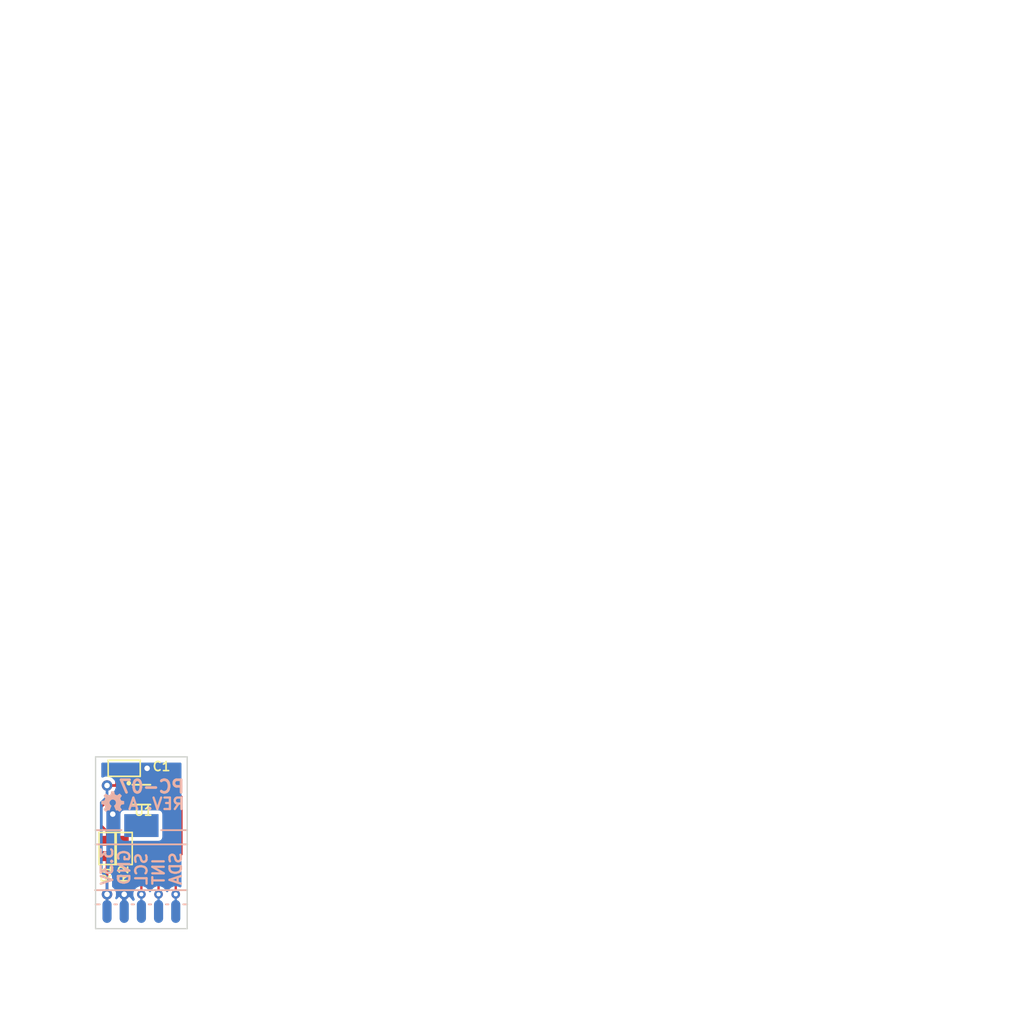
<source format=kicad_pcb>
(kicad_pcb (version 4) (host pcbnew "(2016-05-03 BZR 6266)-product")

  (general
    (links 11)
    (no_connects 0)
    (area 104.064999 116.129999 114.375001 135.330001)
    (thickness 1.6)
    (drawings 23)
    (tracks 52)
    (zones 0)
    (modules 9)
    (nets 8)
  )

  (page USLetter)
  (title_block
    (title "Ambient light sensor")
    (date 2016-07-22)
    (rev A)
    (comment 1 CLKV3-PC-07)
    (comment 2 -)
    (comment 3 "Alarm clock (V3)")
  )

  (layers
    (0 F.Cu signal)
    (31 B.Cu signal)
    (32 B.Adhes user)
    (33 F.Adhes user)
    (34 B.Paste user)
    (35 F.Paste user)
    (36 B.SilkS user)
    (37 F.SilkS user)
    (38 B.Mask user)
    (39 F.Mask user)
    (40 Dwgs.User user)
    (41 Cmts.User user)
    (42 Eco1.User user)
    (43 Eco2.User user)
    (44 Edge.Cuts user)
    (45 Margin user)
    (46 B.CrtYd user)
    (47 F.CrtYd user)
    (48 B.Fab user)
    (49 F.Fab user)
  )

  (setup
    (last_trace_width 0.254)
    (trace_clearance 0.254)
    (zone_clearance 0.4064)
    (zone_45_only no)
    (trace_min 0.2)
    (segment_width 0.2)
    (edge_width 0.15)
    (via_size 0.9652)
    (via_drill 0.4572)
    (via_min_size 0.4)
    (via_min_drill 0.3)
    (uvia_size 0.3)
    (uvia_drill 0.1)
    (uvias_allowed no)
    (uvia_min_size 0)
    (uvia_min_drill 0)
    (pcb_text_width 0.3)
    (pcb_text_size 1.5 1.5)
    (mod_edge_width 0.15)
    (mod_text_size 1 1)
    (mod_text_width 0.15)
    (pad_size 1.524 1.524)
    (pad_drill 0.762)
    (pad_to_mask_clearance 0.2)
    (aux_axis_origin 0 0)
    (visible_elements FFFFFF7F)
    (pcbplotparams
      (layerselection 0x00030_80000001)
      (usegerberextensions false)
      (excludeedgelayer true)
      (linewidth 0.100000)
      (plotframeref false)
      (viasonmask false)
      (mode 1)
      (useauxorigin false)
      (hpglpennumber 1)
      (hpglpenspeed 20)
      (hpglpendiameter 15)
      (hpglpenoverlay 2)
      (psnegative false)
      (psa4output false)
      (plotreference true)
      (plotvalue true)
      (plotinvisibletext false)
      (padsonsilk false)
      (subtractmaskfromsilk false)
      (outputformat 1)
      (mirror false)
      (drillshape 1)
      (scaleselection 1)
      (outputdirectory ""))
  )

  (net 0 "")
  (net 1 GND)
  (net 2 "Net-(J2-Pad1)")
  (net 3 +3V3)
  (net 4 /SDA_3V3)
  (net 5 /SCL_3V3)
  (net 6 /INT)
  (net 7 "Net-(R1-Pad1)")

  (net_class Default "This is the default net class."
    (clearance 0.254)
    (trace_width 0.254)
    (via_dia 0.9652)
    (via_drill 0.4572)
    (uvia_dia 0.3)
    (uvia_drill 0.1)
    (add_net /INT)
    (add_net /SCL_3V3)
    (add_net /SDA_3V3)
    (add_net "Net-(J2-Pad1)")
    (add_net "Net-(R1-Pad1)")
  )

  (net_class Power ""
    (clearance 0.254)
    (trace_width 0.3048)
    (via_dia 1.1684)
    (via_drill 0.6096)
    (uvia_dia 0.3)
    (uvia_drill 0.1)
    (add_net +3V3)
    (add_net GND)
  )

  (module Symbols:Gauge-X-100mm (layer B.Cu) (tedit 55092799) (tstamp 5788A98D)
    (at 97.79 135.255 90)
    (descr "Gauge, Massstab, 100mm, SilkScreenTop, Type 1,")
    (tags "Gauge, Massstab, 100mm, SilkScreenTop, Type 1,")
    (fp_text reference REF** (at 0 -3.81 90) (layer Eco1.User) hide
      (effects (font (size 0.5 0.5) (thickness 0.1)))
    )
    (fp_text value VAL** (at 0 -4.445 90) (layer Eco1.User) hide
      (effects (font (size 0.5 0.5) (thickness 0.1)))
    )
    (fp_text user 100mm (at 100.1014 -3.20294 90) (layer Eco1.User)
      (effects (font (size 1 1) (thickness 0.15)))
    )
    (fp_text user 90 (at 90.10142 -3.20294 90) (layer Eco1.User)
      (effects (font (size 1 1) (thickness 0.15)))
    )
    (fp_text user 80 (at 79.99984 -3.40106 90) (layer Eco1.User)
      (effects (font (size 1 1) (thickness 0.15)))
    )
    (fp_text user 70 (at 69.99986 -3.302 90) (layer Eco1.User)
      (effects (font (size 1 1) (thickness 0.15)))
    )
    (fp_text user 60 (at 59.99988 -3.10134 90) (layer Eco1.User)
      (effects (font (size 1 1) (thickness 0.15)))
    )
    (fp_text user 50 (at 49.9999 -3.10134 90) (layer Eco1.User)
      (effects (font (size 1 1) (thickness 0.15)))
    )
    (fp_text user 40 (at 39.99992 -3.10134 90) (layer Eco1.User)
      (effects (font (size 1 1) (thickness 0.15)))
    )
    (fp_text user 30 (at 29.99994 -2.99974 90) (layer Eco1.User)
      (effects (font (size 1 1) (thickness 0.15)))
    )
    (fp_text user 20 (at 20.09902 -2.90068 90) (layer Eco1.User)
      (effects (font (size 1 1) (thickness 0.15)))
    )
    (fp_line (start 95.00108 0) (end 95.00108 -1.00076) (layer Eco1.User) (width 0.15))
    (fp_line (start 89.99982 0) (end 89.99982 -1.99898) (layer Eco1.User) (width 0.15))
    (fp_line (start 85.0011 0) (end 85.0011 -1.00076) (layer Eco1.User) (width 0.15))
    (fp_line (start 79.99984 0) (end 79.99984 -1.99898) (layer Eco1.User) (width 0.15))
    (fp_line (start 75.00112 0) (end 75.00112 -1.00076) (layer Eco1.User) (width 0.15))
    (fp_line (start 69.99986 0) (end 69.99986 -1.99898) (layer Eco1.User) (width 0.15))
    (fp_line (start 65.00114 0) (end 65.00114 -1.00076) (layer Eco1.User) (width 0.15))
    (fp_line (start 59.99988 0) (end 59.99988 -1.99898) (layer Eco1.User) (width 0.15))
    (fp_line (start 55.00116 0) (end 55.00116 -1.00076) (layer Eco1.User) (width 0.15))
    (fp_line (start 49.9999 0) (end 49.9999 -1.99898) (layer Eco1.User) (width 0.15))
    (fp_line (start 45.00118 0) (end 45.00118 -1.00076) (layer Eco1.User) (width 0.15))
    (fp_line (start 39.99992 0) (end 39.99992 -1.99898) (layer Eco1.User) (width 0.15))
    (fp_line (start 35.0012 0) (end 35.0012 -1.00076) (layer Eco1.User) (width 0.15))
    (fp_line (start 29.99994 0) (end 29.99994 -1.99898) (layer Eco1.User) (width 0.15))
    (fp_line (start 25.00122 0) (end 25.00122 -1.00076) (layer Eco1.User) (width 0.15))
    (fp_line (start 19.99996 0) (end 19.99996 -1.99898) (layer Eco1.User) (width 0.15))
    (fp_line (start 15.00124 0) (end 15.00124 -1.00076) (layer Eco1.User) (width 0.15))
    (fp_line (start 9.99998 0) (end 99.9998 0) (layer Eco1.User) (width 0.15))
    (fp_line (start 99.9998 0) (end 99.9998 -1.99898) (layer Eco1.User) (width 0.15))
    (fp_text user 5 (at 4.99872 -2.90068 90) (layer Eco1.User)
      (effects (font (size 1 1) (thickness 0.15)))
    )
    (fp_text user 0 (at 0 -2.79908 90) (layer Eco1.User)
      (effects (font (size 1 1) (thickness 0.15)))
    )
    (fp_text user 10mm (at 9.99998 -2.70002 90) (layer Eco1.User)
      (effects (font (size 1 1) (thickness 0.15)))
    )
    (fp_line (start 8.99922 0) (end 8.99922 -1.00076) (layer Eco1.User) (width 0.15))
    (fp_line (start 8.001 0) (end 8.001 -1.00076) (layer Eco1.User) (width 0.15))
    (fp_line (start 7.00024 0) (end 7.00024 -1.00076) (layer Eco1.User) (width 0.15))
    (fp_line (start 5.99948 0) (end 5.99948 -1.00076) (layer Eco1.User) (width 0.15))
    (fp_line (start 4.0005 0) (end 4.0005 -1.00076) (layer Eco1.User) (width 0.15))
    (fp_line (start 2.99974 0) (end 2.99974 -1.00076) (layer Eco1.User) (width 0.15))
    (fp_line (start 1.99898 0) (end 1.99898 -1.00076) (layer Eco1.User) (width 0.15))
    (fp_line (start 1.00076 0) (end 1.00076 -1.00076) (layer Eco1.User) (width 0.15))
    (fp_line (start 5.00126 0) (end 5.00126 -1.99898) (layer Eco1.User) (width 0.15))
    (fp_line (start 0 0) (end 0 -1.99898) (layer Eco1.User) (width 0.15))
    (fp_line (start 0 0) (end 9.99998 0) (layer Eco1.User) (width 0.15))
    (fp_line (start 9.99998 0) (end 9.99998 -1.99898) (layer Eco1.User) (width 0.15))
  )

  (module Symbols:LOGO-OSHW-100 (layer B.Cu) (tedit 55088668) (tstamp 5788A789)
    (at 106.045 121.285 180)
    (descr "Open Source Hardware Logo - 100mil wide")
    (fp_text reference REF** (at 0 2.1336 180) (layer Dwgs.User) hide
      (effects (font (size 1 1) (thickness 0.18)))
    )
    (fp_text value VAL** (at 0 -1.9304 180) (layer Dwgs.User) hide
      (effects (font (size 1 1) (thickness 0.18)))
    )
    (fp_poly (pts (xy -0.76962 -1.01092) (xy -0.75438 -1.00584) (xy -0.72644 -0.98552) (xy -0.68326 -0.95758)
      (xy -0.63246 -0.92456) (xy -0.5842 -0.89154) (xy -0.54102 -0.8636) (xy -0.51308 -0.84582)
      (xy -0.50038 -0.8382) (xy -0.4953 -0.84074) (xy -0.4699 -0.8509) (xy -0.43434 -0.87122)
      (xy -0.41656 -0.88138) (xy -0.38354 -0.89408) (xy -0.3683 -0.89662) (xy -0.36576 -0.89154)
      (xy -0.35306 -0.86868) (xy -0.33528 -0.8255) (xy -0.30988 -0.77216) (xy -0.28448 -0.70612)
      (xy -0.254 -0.63754) (xy -0.22352 -0.56642) (xy -0.19558 -0.49784) (xy -0.17272 -0.43942)
      (xy -0.1524 -0.38862) (xy -0.1397 -0.3556) (xy -0.13462 -0.34036) (xy -0.13462 -0.33782)
      (xy -0.1524 -0.32004) (xy -0.18034 -0.29972) (xy -0.23876 -0.25146) (xy -0.29972 -0.1778)
      (xy -0.33528 -0.09398) (xy -0.34544 0) (xy -0.33528 0.08382) (xy -0.30226 0.16764)
      (xy -0.24384 0.24384) (xy -0.17272 0.29972) (xy -0.09144 0.33274) (xy 0 0.34544)
      (xy 0.08636 0.33528) (xy 0.17272 0.30226) (xy 0.24638 0.24384) (xy 0.2794 0.20828)
      (xy 0.32258 0.13208) (xy 0.34798 0.0508) (xy 0.35052 0.03048) (xy 0.34544 -0.05588)
      (xy 0.32004 -0.14224) (xy 0.27178 -0.21844) (xy 0.20828 -0.28194) (xy 0.20066 -0.28702)
      (xy 0.17018 -0.30988) (xy 0.14986 -0.32512) (xy 0.13208 -0.33782) (xy 0.24638 -0.61214)
      (xy 0.26416 -0.65532) (xy 0.29464 -0.72898) (xy 0.32258 -0.79502) (xy 0.34544 -0.84582)
      (xy 0.36068 -0.87884) (xy 0.36576 -0.89408) (xy 0.3683 -0.89408) (xy 0.37846 -0.89662)
      (xy 0.39878 -0.889) (xy 0.43688 -0.87122) (xy 0.46228 -0.85852) (xy 0.49022 -0.84328)
      (xy 0.50292 -0.8382) (xy 0.51562 -0.84328) (xy 0.54356 -0.86106) (xy 0.5842 -0.889)
      (xy 0.63246 -0.92202) (xy 0.67818 -0.95504) (xy 0.72136 -0.98298) (xy 0.75438 -1.0033)
      (xy 0.76708 -1.01092) (xy 0.76962 -1.01092) (xy 0.78486 -1.0033) (xy 0.80772 -0.98298)
      (xy 0.84582 -0.94742) (xy 0.89916 -0.89662) (xy 0.90678 -0.88646) (xy 0.94996 -0.84328)
      (xy 0.98552 -0.80518) (xy 1.00838 -0.77978) (xy 1.016 -0.76708) (xy 1.016 -0.76708)
      (xy 1.00838 -0.75438) (xy 0.9906 -0.72136) (xy 0.96012 -0.67818) (xy 0.9271 -0.62738)
      (xy 0.83566 -0.4953) (xy 0.88646 -0.37338) (xy 0.9017 -0.33528) (xy 0.91948 -0.28702)
      (xy 0.93472 -0.254) (xy 0.94234 -0.2413) (xy 0.95504 -0.23622) (xy 0.9906 -0.2286)
      (xy 1.03886 -0.21844) (xy 1.09728 -0.20574) (xy 1.15316 -0.19558) (xy 1.20396 -0.18796)
      (xy 1.24206 -0.18034) (xy 1.2573 -0.17526) (xy 1.26238 -0.17526) (xy 1.26492 -0.1651)
      (xy 1.26746 -0.14986) (xy 1.26746 -0.11938) (xy 1.26746 -0.07112) (xy 1.26746 0)
      (xy 1.26746 0.00508) (xy 1.26746 0.07112) (xy 1.26746 0.12446) (xy 1.26492 0.16002)
      (xy 1.26238 0.17526) (xy 1.26238 0.17526) (xy 1.24714 0.1778) (xy 1.21158 0.18542)
      (xy 1.16078 0.19558) (xy 1.09982 0.20828) (xy 1.09728 0.20828) (xy 1.03632 0.21844)
      (xy 0.98552 0.23114) (xy 0.94996 0.23876) (xy 0.93472 0.24384) (xy 0.93218 0.24638)
      (xy 0.91948 0.26924) (xy 0.90424 0.30734) (xy 0.88392 0.35306) (xy 0.8636 0.40132)
      (xy 0.84582 0.44196) (xy 0.83566 0.47498) (xy 0.83312 0.48768) (xy 0.83312 0.49022)
      (xy 0.84074 0.50292) (xy 0.86106 0.5334) (xy 0.89154 0.57912) (xy 0.9271 0.62992)
      (xy 0.92964 0.63246) (xy 0.96266 0.68326) (xy 0.9906 0.72644) (xy 1.01092 0.75692)
      (xy 1.016 0.77216) (xy 1.016 0.77216) (xy 1.00584 0.7874) (xy 0.98044 0.81534)
      (xy 0.94234 0.85344) (xy 0.89916 0.89916) (xy 0.88392 0.9144) (xy 0.83566 0.96266)
      (xy 0.8001 0.99314) (xy 0.77978 1.01092) (xy 0.76962 1.01346) (xy 0.76962 1.01346)
      (xy 0.75438 1.0033) (xy 0.72136 0.98298) (xy 0.67818 0.9525) (xy 0.62738 0.91948)
      (xy 0.6223 0.91694) (xy 0.5715 0.88138) (xy 0.52832 0.85344) (xy 0.50038 0.83312)
      (xy 0.48514 0.8255) (xy 0.48514 0.8255) (xy 0.46228 0.83058) (xy 0.42672 0.84328)
      (xy 0.38354 0.86106) (xy 0.33528 0.87884) (xy 0.2921 0.89916) (xy 0.26162 0.91186)
      (xy 0.24638 0.92202) (xy 0.24638 0.92202) (xy 0.2413 0.9398) (xy 0.23114 0.9779)
      (xy 0.22098 1.03124) (xy 0.20828 1.0922) (xy 0.20828 1.10236) (xy 0.19558 1.16332)
      (xy 0.18542 1.21412) (xy 0.1778 1.24714) (xy 0.17526 1.26238) (xy 0.16764 1.26492)
      (xy 0.13716 1.26492) (xy 0.09144 1.26746) (xy 0.0381 1.26746) (xy -0.01778 1.26746)
      (xy -0.07366 1.26746) (xy -0.12192 1.26492) (xy -0.15748 1.26238) (xy -0.17018 1.25984)
      (xy -0.17018 1.25984) (xy -0.1778 1.23952) (xy -0.18542 1.20142) (xy -0.19558 1.14808)
      (xy -0.20828 1.08712) (xy -0.21082 1.07696) (xy -0.22098 1.016) (xy -0.23114 0.9652)
      (xy -0.23876 0.93218) (xy -0.2413 0.91948) (xy -0.24892 0.9144) (xy -0.27178 0.90424)
      (xy -0.31242 0.889) (xy -0.36322 0.86868) (xy -0.48006 0.82042) (xy -0.6223 0.91948)
      (xy -0.635 0.9271) (xy -0.6858 0.96266) (xy -0.72898 0.9906) (xy -0.75692 1.00838)
      (xy -0.76962 1.016) (xy -0.77216 1.016) (xy -0.78486 1.0033) (xy -0.8128 0.97536)
      (xy -0.8509 0.9398) (xy -0.89662 0.89408) (xy -0.92964 0.86106) (xy -0.97028 0.82042)
      (xy -0.99314 0.79502) (xy -1.00838 0.77724) (xy -1.01346 0.76708) (xy -1.01092 0.75946)
      (xy -1.0033 0.74422) (xy -0.98044 0.71374) (xy -0.9525 0.67056) (xy -0.91694 0.61976)
      (xy -0.889 0.57912) (xy -0.85852 0.53086) (xy -0.8382 0.4953) (xy -0.83058 0.48006)
      (xy -0.83312 0.47244) (xy -0.84328 0.4445) (xy -0.85852 0.40132) (xy -0.88138 0.35306)
      (xy -0.92964 0.23876) (xy -1.0033 0.22606) (xy -1.04902 0.2159) (xy -1.11252 0.2032)
      (xy -1.17094 0.19304) (xy -1.26492 0.17526) (xy -1.27 -0.16764) (xy -1.25476 -0.17272)
      (xy -1.23952 -0.1778) (xy -1.2065 -0.18542) (xy -1.1557 -0.19558) (xy -1.09728 -0.20574)
      (xy -1.04902 -0.2159) (xy -0.99822 -0.22606) (xy -0.96266 -0.23114) (xy -0.94488 -0.23622)
      (xy -0.94234 -0.2413) (xy -0.92964 -0.26416) (xy -0.91186 -0.3048) (xy -0.89154 -0.35052)
      (xy -0.87122 -0.39878) (xy -0.85344 -0.44196) (xy -0.84074 -0.47752) (xy -0.83566 -0.4953)
      (xy -0.84328 -0.508) (xy -0.8636 -0.53594) (xy -0.89154 -0.57912) (xy -0.92456 -0.62992)
      (xy -0.95758 -0.67818) (xy -0.98806 -0.72136) (xy -1.00838 -0.75184) (xy -1.016 -0.76708)
      (xy -1.01092 -0.7747) (xy -0.9906 -0.8001) (xy -0.95504 -0.8382) (xy -0.89916 -0.89408)
      (xy -0.889 -0.9017) (xy -0.84328 -0.94488) (xy -0.80772 -0.98044) (xy -0.77978 -1.0033)
      (xy -0.76962 -1.01092)) (layer B.SilkS) (width 0.00254))
  )

  (module Symbols:Gauge-X-100mm (layer F.Cu) (tedit 55092799) (tstamp 5788A977)
    (at 104.14 141.605)
    (descr "Gauge, Massstab, 100mm, SilkScreenTop, Type 1,")
    (tags "Gauge, Massstab, 100mm, SilkScreenTop, Type 1,")
    (fp_text reference REF** (at 0 3.81) (layer Eco1.User) hide
      (effects (font (size 0.5 0.5) (thickness 0.1)))
    )
    (fp_text value VAL** (at 0 4.445) (layer Eco1.User) hide
      (effects (font (size 0.5 0.5) (thickness 0.1)))
    )
    (fp_text user 100mm (at 100.1014 3.20294) (layer Eco1.User)
      (effects (font (size 1 1) (thickness 0.15)))
    )
    (fp_text user 90 (at 90.10142 3.20294) (layer Eco1.User)
      (effects (font (size 1 1) (thickness 0.15)))
    )
    (fp_text user 80 (at 79.99984 3.40106) (layer Eco1.User)
      (effects (font (size 1 1) (thickness 0.15)))
    )
    (fp_text user 70 (at 69.99986 3.302) (layer Eco1.User)
      (effects (font (size 1 1) (thickness 0.15)))
    )
    (fp_text user 60 (at 59.99988 3.10134) (layer Eco1.User)
      (effects (font (size 1 1) (thickness 0.15)))
    )
    (fp_text user 50 (at 49.9999 3.10134) (layer Eco1.User)
      (effects (font (size 1 1) (thickness 0.15)))
    )
    (fp_text user 40 (at 39.99992 3.10134) (layer Eco1.User)
      (effects (font (size 1 1) (thickness 0.15)))
    )
    (fp_text user 30 (at 29.99994 2.99974) (layer Eco1.User)
      (effects (font (size 1 1) (thickness 0.15)))
    )
    (fp_text user 20 (at 20.09902 2.90068) (layer Eco1.User)
      (effects (font (size 1 1) (thickness 0.15)))
    )
    (fp_line (start 95.00108 0) (end 95.00108 1.00076) (layer Eco1.User) (width 0.15))
    (fp_line (start 89.99982 0) (end 89.99982 1.99898) (layer Eco1.User) (width 0.15))
    (fp_line (start 85.0011 0) (end 85.0011 1.00076) (layer Eco1.User) (width 0.15))
    (fp_line (start 79.99984 0) (end 79.99984 1.99898) (layer Eco1.User) (width 0.15))
    (fp_line (start 75.00112 0) (end 75.00112 1.00076) (layer Eco1.User) (width 0.15))
    (fp_line (start 69.99986 0) (end 69.99986 1.99898) (layer Eco1.User) (width 0.15))
    (fp_line (start 65.00114 0) (end 65.00114 1.00076) (layer Eco1.User) (width 0.15))
    (fp_line (start 59.99988 0) (end 59.99988 1.99898) (layer Eco1.User) (width 0.15))
    (fp_line (start 55.00116 0) (end 55.00116 1.00076) (layer Eco1.User) (width 0.15))
    (fp_line (start 49.9999 0) (end 49.9999 1.99898) (layer Eco1.User) (width 0.15))
    (fp_line (start 45.00118 0) (end 45.00118 1.00076) (layer Eco1.User) (width 0.15))
    (fp_line (start 39.99992 0) (end 39.99992 1.99898) (layer Eco1.User) (width 0.15))
    (fp_line (start 35.0012 0) (end 35.0012 1.00076) (layer Eco1.User) (width 0.15))
    (fp_line (start 29.99994 0) (end 29.99994 1.99898) (layer Eco1.User) (width 0.15))
    (fp_line (start 25.00122 0) (end 25.00122 1.00076) (layer Eco1.User) (width 0.15))
    (fp_line (start 19.99996 0) (end 19.99996 1.99898) (layer Eco1.User) (width 0.15))
    (fp_line (start 15.00124 0) (end 15.00124 1.00076) (layer Eco1.User) (width 0.15))
    (fp_line (start 9.99998 0) (end 99.9998 0) (layer Eco1.User) (width 0.15))
    (fp_line (start 99.9998 0) (end 99.9998 1.99898) (layer Eco1.User) (width 0.15))
    (fp_text user 5 (at 4.99872 2.90068) (layer Eco1.User)
      (effects (font (size 1 1) (thickness 0.15)))
    )
    (fp_text user 0 (at 0 2.79908) (layer Eco1.User)
      (effects (font (size 1 1) (thickness 0.15)))
    )
    (fp_text user 10mm (at 9.99998 2.70002) (layer Eco1.User)
      (effects (font (size 1 1) (thickness 0.15)))
    )
    (fp_line (start 8.99922 0) (end 8.99922 1.00076) (layer Eco1.User) (width 0.15))
    (fp_line (start 8.001 0) (end 8.001 1.00076) (layer Eco1.User) (width 0.15))
    (fp_line (start 7.00024 0) (end 7.00024 1.00076) (layer Eco1.User) (width 0.15))
    (fp_line (start 5.99948 0) (end 5.99948 1.00076) (layer Eco1.User) (width 0.15))
    (fp_line (start 4.0005 0) (end 4.0005 1.00076) (layer Eco1.User) (width 0.15))
    (fp_line (start 2.99974 0) (end 2.99974 1.00076) (layer Eco1.User) (width 0.15))
    (fp_line (start 1.99898 0) (end 1.99898 1.00076) (layer Eco1.User) (width 0.15))
    (fp_line (start 1.00076 0) (end 1.00076 1.00076) (layer Eco1.User) (width 0.15))
    (fp_line (start 5.00126 0) (end 5.00126 1.99898) (layer Eco1.User) (width 0.15))
    (fp_line (start 0 0) (end 0 1.99898) (layer Eco1.User) (width 0.15))
    (fp_line (start 0 0) (end 9.99998 0) (layer Eco1.User) (width 0.15))
    (fp_line (start 9.99998 0) (end 9.99998 1.99898) (layer Eco1.User) (width 0.15))
  )

  (module Conn-Wire-Pads:SolderPad-100x150 (layer B.Cu) (tedit 578618C8) (tstamp 57872E0B)
    (at 109.22 123.825)
    (descr "Wire pads - 100mil x 150 mil - Single row, 1 pos.")
    (path /5787301F)
    (attr virtual)
    (fp_text reference J2 (at 0 3.175) (layer B.SilkS) hide
      (effects (font (size 1 1) (thickness 0.18)) (justify mirror))
    )
    (fp_text value HEADER-1x01 (at 0 -3.175) (layer B.Fab) hide
      (effects (font (size 1 1) (thickness 0.18)) (justify mirror))
    )
    (pad 1 smd rect (at 0 0) (size 3.81 2.54) (layers B.Cu B.Paste B.Mask)
      (net 2 "Net-(J2-Pad1)"))
  )

  (module SMT-DFN:DFN6 (layer F.Cu) (tedit 563174C6) (tstamp 57900D87)
    (at 109.22 120.396)
    (descr "DFN - 6")
    (path /5788ABB7)
    (fp_text reference U1 (at -0.889 2.413) (layer F.SilkS)
      (effects (font (size 1 1) (thickness 0.18)) (justify left bottom))
    )
    (fp_text value TSL2561 (at 0 2.4) (layer F.SilkS) hide
      (effects (font (size 1 1) (thickness 0.18)))
    )
    (fp_line (start -1 -1.1) (end 1 -1.1) (layer F.SilkS) (width 0.2032))
    (fp_line (start 1 1.1) (end -1 1.1) (layer F.SilkS) (width 0.2032))
    (fp_line (start -1 -1) (end -1 1) (layer Dwgs.User) (width 0.2032))
    (fp_line (start -1 -1) (end 1 -1) (layer Dwgs.User) (width 0.2032))
    (fp_line (start 1 -1) (end 1 1) (layer Dwgs.User) (width 0.2032))
    (fp_line (start -1 1) (end 1 1) (layer Dwgs.User) (width 0.2032))
    (fp_circle (center -1.397 -1.27) (end -1.27 -1.27) (layer F.SilkS) (width 0.254))
    (pad 2 smd rect (at -1.1 0) (size 1.7 0.35) (layers F.Cu F.Paste F.Mask)
      (net 7 "Net-(R1-Pad1)"))
    (pad 5 smd rect (at 1.1 0) (size 1.7 0.35) (layers F.Cu F.Paste F.Mask)
      (net 6 /INT))
    (pad 6 smd rect (at 1.1 -0.65) (size 1.7 0.35) (layers F.Cu F.Paste F.Mask)
      (net 4 /SDA_3V3))
    (pad 1 smd rect (at -1.1 -0.65) (size 1.7 0.35) (layers F.Cu F.Paste F.Mask)
      (net 3 +3V3))
    (pad 3 smd rect (at -1.1 0.65) (size 1.7 0.35) (layers F.Cu F.Paste F.Mask)
      (net 1 GND))
    (pad 4 smd rect (at 1.1 0.65) (size 1.7 0.35) (layers F.Cu F.Paste F.Mask)
      (net 5 /SCL_3V3))
  )

  (module SMT:C-0603 (layer F.Cu) (tedit 54F14543) (tstamp 57900DA8)
    (at 107.315 117.475)
    (descr "0603 (1608 metric)")
    (tags "smt 0603")
    (path /57875037)
    (fp_text reference C1 (at 3.048 0.381) (layer F.SilkS)
      (effects (font (size 1 1) (thickness 0.18)) (justify left bottom))
    )
    (fp_text value 100nF (at 0 2.032) (layer F.SilkS) hide
      (effects (font (size 1 1) (thickness 0.18)))
    )
    (fp_line (start -0.762 -0.381) (end 0.762 -0.381) (layer Dwgs.User) (width 0.05))
    (fp_line (start 0.762 -0.381) (end 0.762 0.381) (layer Dwgs.User) (width 0.05))
    (fp_line (start 0.762 0.381) (end -0.762 0.381) (layer Dwgs.User) (width 0.05))
    (fp_line (start -0.762 0.381) (end -0.762 -0.381) (layer Dwgs.User) (width 0.05))
    (fp_line (start -1.778 -0.889) (end 1.778 -0.889) (layer F.CrtYd) (width 0.05))
    (fp_line (start 1.778 -0.889) (end 1.778 0.889) (layer F.CrtYd) (width 0.05))
    (fp_line (start 1.778 0.889) (end -1.778 0.889) (layer F.CrtYd) (width 0.05))
    (fp_line (start -1.778 0.889) (end -1.778 -0.889) (layer F.CrtYd) (width 0.05))
    (fp_line (start -1.778 -0.889) (end 1.778 -0.889) (layer F.SilkS) (width 0.18))
    (fp_line (start 1.778 -0.889) (end 1.778 0.889) (layer F.SilkS) (width 0.18))
    (fp_line (start 1.778 0.889) (end -1.778 0.889) (layer F.SilkS) (width 0.18))
    (fp_line (start -1.778 0.889) (end -1.778 -0.889) (layer F.SilkS) (width 0.18))
    (pad 1 smd rect (at -0.85 0) (size 1.1 1) (layers F.Cu F.Paste F.Mask)
      (net 3 +3V3))
    (pad 2 smd rect (at 0.85 0) (size 1.1 1) (layers F.Cu F.Paste F.Mask)
      (net 1 GND))
    (model smt.pretty/C-0603.wrl
      (at (xyz 0 0 0))
      (scale (xyz 1 1 0.8))
      (rotate (xyz 0 0 0))
    )
  )

  (module Conn-Wire-Pads:WP-40mil-1x05 (layer B.Cu) (tedit 57906D9F) (tstamp 579054A7)
    (at 109.22 133.35)
    (descr "Wire pads - 50mil x 125mil - Single row, 5 pos.")
    (path /57902816)
    (attr virtual)
    (fp_text reference J1 (at -4.445 1.905) (layer B.SilkS) hide
      (effects (font (size 1 1) (thickness 0.18)) (justify left bottom mirror))
    )
    (fp_text value HEADER-1x05 (at 0 -2.54) (layer B.Fab) hide
      (effects (font (size 1 1) (thickness 0.18)) (justify mirror))
    )
    (pad 1 smd oval (at -3.81 0) (size 1.016 2.54) (layers B.Cu B.Paste B.Mask)
      (net 3 +3V3))
    (pad 2 smd oval (at -1.905 0) (size 1.016 2.54) (layers B.Cu B.Paste B.Mask)
      (net 1 GND))
    (pad 3 smd oval (at 0 0) (size 1.016 2.54) (layers B.Cu B.Paste B.Mask)
      (net 5 /SCL_3V3))
    (pad 5 smd oval (at 3.81 0) (size 1.016 2.54) (layers B.Cu B.Paste B.Mask)
      (net 4 /SDA_3V3))
    (pad 4 smd oval (at 1.905 0) (size 1.016 2.54) (layers B.Cu B.Paste B.Mask)
      (net 6 /INT))
  )

  (module SMT:R-0603 (layer F.Cu) (tedit 54F147CB) (tstamp 57907D4E)
    (at 105.41 126.365 270)
    (descr "0603 (1608 metric)")
    (tags "smt 0603")
    (path /57906A22)
    (fp_text reference R1 (at 3.937 -0.508 270) (layer F.SilkS)
      (effects (font (size 1 1) (thickness 0.18)) (justify left bottom))
    )
    (fp_text value DNP (at 0 2.032 270) (layer F.SilkS) hide
      (effects (font (size 1 1) (thickness 0.18)))
    )
    (fp_line (start -0.762 -0.381) (end 0.762 -0.381) (layer Dwgs.User) (width 0.05))
    (fp_line (start 0.762 -0.381) (end 0.762 0.381) (layer Dwgs.User) (width 0.05))
    (fp_line (start 0.762 0.381) (end -0.762 0.381) (layer Dwgs.User) (width 0.05))
    (fp_line (start -0.762 0.381) (end -0.762 -0.381) (layer Dwgs.User) (width 0.05))
    (fp_line (start -1.778 -0.889) (end 1.778 -0.889) (layer F.CrtYd) (width 0.05))
    (fp_line (start 1.778 -0.889) (end 1.778 0.889) (layer F.CrtYd) (width 0.05))
    (fp_line (start 1.778 0.889) (end -1.778 0.889) (layer F.CrtYd) (width 0.05))
    (fp_line (start -1.778 0.889) (end -1.778 -0.889) (layer F.CrtYd) (width 0.05))
    (fp_line (start -1.778 -0.889) (end 1.778 -0.889) (layer F.SilkS) (width 0.18))
    (fp_line (start 1.778 -0.889) (end 1.778 0.889) (layer F.SilkS) (width 0.18))
    (fp_line (start 1.778 0.889) (end -1.778 0.889) (layer F.SilkS) (width 0.18))
    (fp_line (start -1.778 0.889) (end -1.778 -0.889) (layer F.SilkS) (width 0.18))
    (pad 1 smd rect (at -0.85 0 270) (size 1.1 1) (layers F.Cu F.Paste F.Mask)
      (net 7 "Net-(R1-Pad1)"))
    (pad 2 smd rect (at 0.85 0 270) (size 1.1 1) (layers F.Cu F.Paste F.Mask)
      (net 3 +3V3))
    (model smt.pretty/R-0603.wrl
      (at (xyz 0 0 0))
      (scale (xyz 1 1 1))
      (rotate (xyz 0 0 0))
    )
  )

  (module SMT:R-0603 (layer F.Cu) (tedit 54F147CB) (tstamp 57907D54)
    (at 107.315 126.365 90)
    (descr "0603 (1608 metric)")
    (tags "smt 0603")
    (path /57906B61)
    (fp_text reference R2 (at -3.937 0.508 270) (layer F.SilkS)
      (effects (font (size 1 1) (thickness 0.18)) (justify left bottom))
    )
    (fp_text value DNP (at 0 2.032 90) (layer F.SilkS) hide
      (effects (font (size 1 1) (thickness 0.18)))
    )
    (fp_line (start -0.762 -0.381) (end 0.762 -0.381) (layer Dwgs.User) (width 0.05))
    (fp_line (start 0.762 -0.381) (end 0.762 0.381) (layer Dwgs.User) (width 0.05))
    (fp_line (start 0.762 0.381) (end -0.762 0.381) (layer Dwgs.User) (width 0.05))
    (fp_line (start -0.762 0.381) (end -0.762 -0.381) (layer Dwgs.User) (width 0.05))
    (fp_line (start -1.778 -0.889) (end 1.778 -0.889) (layer F.CrtYd) (width 0.05))
    (fp_line (start 1.778 -0.889) (end 1.778 0.889) (layer F.CrtYd) (width 0.05))
    (fp_line (start 1.778 0.889) (end -1.778 0.889) (layer F.CrtYd) (width 0.05))
    (fp_line (start -1.778 0.889) (end -1.778 -0.889) (layer F.CrtYd) (width 0.05))
    (fp_line (start -1.778 -0.889) (end 1.778 -0.889) (layer F.SilkS) (width 0.18))
    (fp_line (start 1.778 -0.889) (end 1.778 0.889) (layer F.SilkS) (width 0.18))
    (fp_line (start 1.778 0.889) (end -1.778 0.889) (layer F.SilkS) (width 0.18))
    (fp_line (start -1.778 0.889) (end -1.778 -0.889) (layer F.SilkS) (width 0.18))
    (pad 1 smd rect (at -0.85 0 90) (size 1.1 1) (layers F.Cu F.Paste F.Mask)
      (net 1 GND))
    (pad 2 smd rect (at 0.85 0 90) (size 1.1 1) (layers F.Cu F.Paste F.Mask)
      (net 7 "Net-(R1-Pad1)"))
    (model smt.pretty/R-0603.wrl
      (at (xyz 0 0 0))
      (scale (xyz 1 1 1))
      (rotate (xyz 0 0 0))
    )
  )

  (gr_text INT (at 111.125 130.556 90) (layer B.SilkS) (tstamp 5790550B)
    (effects (font (size 1.27 1.27) (thickness 0.254)) (justify right mirror))
  )
  (gr_line (start 111.9378 132.5626) (end 112.2172 132.5626) (layer B.SilkS) (width 0.2) (tstamp 579054C7))
  (gr_line (start 104.14 135.255) (end 104.14 141.605) (layer Eco1.User) (width 0.2))
  (gr_line (start 97.79 135.255) (end 104.14 135.255) (layer Eco1.User) (width 0.2))
  (gr_text GND (at 107.315 130.556 90) (layer B.SilkS) (tstamp 5788A8DB)
    (effects (font (size 1.27 1.27) (thickness 0.254)) (justify right mirror))
  )
  (gr_text SCL (at 109.22 130.556 90) (layer B.SilkS) (tstamp 5788A8D3)
    (effects (font (size 1.27 1.27) (thickness 0.254)) (justify right mirror))
  )
  (gr_text 3.3V (at 105.41 130.556 90) (layer B.SilkS) (tstamp 5788A8C5)
    (effects (font (size 1.27 1.27) (thickness 0.254)) (justify right mirror))
  )
  (gr_text SDA (at 113.03 130.556 90) (layer B.SilkS) (tstamp 5788A8A0)
    (effects (font (size 1.27 1.27) (thickness 0.254)) (justify right mirror))
  )
  (gr_text "REV. A" (at 110.871 121.412) (layer B.SilkS) (tstamp 5788A7BD)
    (effects (font (size 1.27 1.27) (thickness 0.254)) (justify mirror))
  )
  (gr_text PC-07 (at 110.363 119.507) (layer B.SilkS)
    (effects (font (size 1.397 1.397) (thickness 0.3048)) (justify mirror))
  )
  (gr_line (start 111.4298 124.333) (end 114.3 124.333) (layer B.SilkS) (width 0.2) (tstamp 5788A784))
  (gr_line (start 113.8682 132.5626) (end 114.3 132.5626) (layer B.SilkS) (width 0.2) (tstamp 5788A77C))
  (gr_line (start 110.0328 132.5626) (end 110.3122 132.5626) (layer B.SilkS) (width 0.2) (tstamp 5788A77B))
  (gr_line (start 108.1278 132.5626) (end 108.4072 132.5626) (layer B.SilkS) (width 0.2) (tstamp 5788A77A))
  (gr_line (start 106.2228 132.5626) (end 106.5022 132.5626) (layer B.SilkS) (width 0.2) (tstamp 5788A777))
  (gr_line (start 104.14 124.333) (end 107.0102 124.333) (layer B.SilkS) (width 0.2) (tstamp 57889EE9))
  (gr_line (start 104.14 125.9078) (end 114.3 125.9078) (layer B.SilkS) (width 0.2) (tstamp 57889EB4))
  (gr_line (start 104.0892 130.9878) (end 114.3 130.9878) (layer B.SilkS) (width 0.2) (tstamp 5787D318))
  (gr_line (start 104.14 132.5626) (end 104.5972 132.5626) (layer B.SilkS) (width 0.2))
  (gr_line (start 104.14 116.205) (end 104.14 135.255) (layer Edge.Cuts) (width 0.15))
  (gr_line (start 114.3 116.205) (end 104.14 116.205) (layer Edge.Cuts) (width 0.15))
  (gr_line (start 114.3 135.255) (end 114.3 116.205) (layer Edge.Cuts) (width 0.15))
  (gr_line (start 104.14 135.255) (end 114.3 135.255) (layer Edge.Cuts) (width 0.15))

  (segment (start 106.919 121.046) (end 108.12 121.046) (width 0.3048) (layer F.Cu) (net 1))
  (segment (start 106.919 121.046) (end 106.045 121.92) (width 0.3048) (layer F.Cu) (net 1))
  (segment (start 106.045 121.92) (end 106.045 122.555) (width 0.3048) (layer F.Cu) (net 1))
  (via (at 106.045 122.555) (size 1.1684) (drill 0.6096) (layers F.Cu B.Cu) (net 1))
  (segment (start 107.315 131.445) (end 107.315 133.35) (width 0.3048) (layer B.Cu) (net 1))
  (segment (start 108.165 117.475) (end 109.855 117.475) (width 0.3048) (layer F.Cu) (net 1))
  (via (at 109.855 117.475) (size 1.1684) (drill 0.6096) (layers F.Cu B.Cu) (net 1))
  (segment (start 107.315 127.215) (end 107.315 131.445) (width 0.3048) (layer F.Cu) (net 1))
  (via (at 107.315 131.445) (size 1.1684) (drill 0.6096) (layers F.Cu B.Cu) (net 1))
  (segment (start 106.831 119.746) (end 107.046 119.746) (width 0.3048) (layer F.Cu) (net 3))
  (segment (start 107.046 119.746) (end 108.12 119.746) (width 0.3048) (layer F.Cu) (net 3))
  (segment (start 106.465 118.11) (end 106.465 117.475) (width 0.3048) (layer F.Cu) (net 3))
  (segment (start 105.41 131.445) (end 105.41 129.54) (width 0.3048) (layer B.Cu) (net 3))
  (segment (start 105.41 129.54) (end 104.775 128.905) (width 0.3048) (layer B.Cu) (net 3))
  (segment (start 104.775 128.905) (end 104.775 121.285) (width 0.3048) (layer B.Cu) (net 3))
  (segment (start 104.775 121.285) (end 105.41 120.65) (width 0.3048) (layer B.Cu) (net 3))
  (segment (start 105.41 120.65) (end 105.41 119.38) (width 0.3048) (layer B.Cu) (net 3))
  (segment (start 105.41 131.445) (end 105.41 133.35) (width 0.3048) (layer B.Cu) (net 3))
  (segment (start 106.465 119.38) (end 106.831 119.746) (width 0.3048) (layer F.Cu) (net 3))
  (segment (start 105.41 119.38) (end 106.465 119.38) (width 0.3048) (layer F.Cu) (net 3))
  (segment (start 106.465 118.11) (end 106.465 119.38) (width 0.3048) (layer F.Cu) (net 3))
  (via (at 105.41 119.38) (size 1.1684) (drill 0.6096) (layers F.Cu B.Cu) (net 3))
  (segment (start 105.41 127.215) (end 105.41 131.445) (width 0.3048) (layer F.Cu) (net 3))
  (via (at 105.41 131.445) (size 1.1684) (drill 0.6096) (layers F.Cu B.Cu) (net 3))
  (segment (start 110.32 119.746) (end 112.761 119.746) (width 0.254) (layer F.Cu) (net 4))
  (segment (start 112.761 119.746) (end 113.665 120.65) (width 0.254) (layer F.Cu) (net 4))
  (segment (start 113.03 127.635) (end 113.03 131.445) (width 0.254) (layer F.Cu) (net 4))
  (segment (start 113.665 120.65) (end 113.665 127) (width 0.254) (layer F.Cu) (net 4))
  (segment (start 113.665 127) (end 113.03 127.635) (width 0.254) (layer F.Cu) (net 4))
  (segment (start 113.03 131.445) (end 113.03 133.35) (width 0.254) (layer B.Cu) (net 4))
  (via (at 113.03 131.445) (size 0.9652) (drill 0.4572) (layers F.Cu B.Cu) (net 4))
  (segment (start 110.32 121.046) (end 112.059 121.046) (width 0.254) (layer F.Cu) (net 5))
  (segment (start 112.059 121.046) (end 112.395 121.382) (width 0.254) (layer F.Cu) (net 5))
  (segment (start 112.395 125.73) (end 109.22 128.905) (width 0.254) (layer F.Cu) (net 5))
  (segment (start 112.395 121.382) (end 112.395 125.73) (width 0.254) (layer F.Cu) (net 5))
  (segment (start 109.22 128.905) (end 109.22 131.445) (width 0.254) (layer F.Cu) (net 5))
  (segment (start 109.22 131.445) (end 109.22 133.35) (width 0.254) (layer B.Cu) (net 5))
  (via (at 109.22 131.445) (size 0.9652) (drill 0.4572) (layers F.Cu B.Cu) (net 5))
  (segment (start 110.32 120.396) (end 112.395 120.396) (width 0.254) (layer F.Cu) (net 6))
  (segment (start 112.395 120.396) (end 113.03 121.031) (width 0.254) (layer F.Cu) (net 6))
  (segment (start 113.03 121.031) (end 113.03 126.365) (width 0.254) (layer F.Cu) (net 6))
  (segment (start 113.03 126.365) (end 111.125 128.27) (width 0.254) (layer F.Cu) (net 6))
  (segment (start 111.125 128.27) (end 111.125 131.445) (width 0.254) (layer F.Cu) (net 6))
  (segment (start 111.125 131.445) (end 111.125 133.35) (width 0.254) (layer B.Cu) (net 6))
  (via (at 111.125 131.445) (size 0.9652) (drill 0.4572) (layers F.Cu B.Cu) (net 6))
  (segment (start 106.1405 120.396) (end 107.061 120.396) (width 0.254) (layer F.Cu) (net 7))
  (segment (start 107.061 120.396) (end 108.12 120.396) (width 0.254) (layer F.Cu) (net 7))
  (segment (start 106.1405 120.396) (end 104.775 121.7615) (width 0.254) (layer F.Cu) (net 7))
  (segment (start 104.775 121.7615) (end 104.775 123.825) (width 0.254) (layer F.Cu) (net 7))
  (segment (start 104.775 123.825) (end 105.41 124.46) (width 0.254) (layer F.Cu) (net 7))
  (segment (start 105.41 124.46) (end 105.41 125.515) (width 0.254) (layer F.Cu) (net 7))
  (segment (start 107.315 125.515) (end 105.41 125.515) (width 0.254) (layer F.Cu) (net 7))

  (zone (net 1) (net_name GND) (layer B.Cu) (tstamp 0) (hatch edge 0.508)
    (connect_pads (clearance 0.4064))
    (min_thickness 0.254)
    (fill yes (arc_segments 16) (thermal_gap 0.508) (thermal_bridge_width 0.508))
    (polygon
      (pts
        (xy 113.665 132.715) (xy 104.775 132.715) (xy 104.775 116.84) (xy 113.665 116.84)
      )
    )
    (filled_polygon
      (pts
        (xy 113.538 130.555831) (xy 113.232982 130.429176) (xy 112.828792 130.428824) (xy 112.455234 130.583175) (xy 112.169179 130.868731)
        (xy 112.077465 131.089601) (xy 111.986825 130.870234) (xy 111.701269 130.584179) (xy 111.327982 130.429176) (xy 110.923792 130.428824)
        (xy 110.550234 130.583175) (xy 110.264179 130.868731) (xy 110.172465 131.089601) (xy 110.081825 130.870234) (xy 109.796269 130.584179)
        (xy 109.422982 130.429176) (xy 109.018792 130.428824) (xy 108.645234 130.583175) (xy 108.359179 130.868731) (xy 108.204176 131.242018)
        (xy 108.203824 131.646208) (xy 108.354157 132.010042) (xy 108.327623 132.049753) (xy 108.322394 132.03326) (xy 108.033421 131.689974)
        (xy 107.618134 131.485929) (xy 107.442 131.611978) (xy 107.442 132.588) (xy 107.188 132.588) (xy 107.188 131.611978)
        (xy 107.011866 131.485929) (xy 106.596579 131.689974) (xy 106.44229 131.873262) (xy 106.527406 131.66828) (xy 106.527793 131.223671)
        (xy 106.358008 130.812758) (xy 106.0958 130.550092) (xy 106.0958 129.540005) (xy 106.095801 129.54) (xy 106.043597 129.277555)
        (xy 105.894934 129.055066) (xy 105.4608 128.620932) (xy 105.4608 122.555) (xy 106.771151 122.555) (xy 106.771151 125.095)
        (xy 106.808344 125.292666) (xy 106.925165 125.47421) (xy 107.103412 125.596001) (xy 107.315 125.638849) (xy 111.125 125.638849)
        (xy 111.322666 125.601656) (xy 111.50421 125.484835) (xy 111.626001 125.306588) (xy 111.668849 125.095) (xy 111.668849 122.555)
        (xy 111.631656 122.357334) (xy 111.514835 122.17579) (xy 111.336588 122.053999) (xy 111.125 122.011151) (xy 107.315 122.011151)
        (xy 107.117334 122.048344) (xy 106.93579 122.165165) (xy 106.813999 122.343412) (xy 106.771151 122.555) (xy 105.4608 122.555)
        (xy 105.4608 121.569068) (xy 105.894934 121.134934) (xy 106.043597 120.912445) (xy 106.095801 120.65) (xy 106.0958 120.649995)
        (xy 106.0958 120.274543) (xy 106.356903 120.013896) (xy 106.527406 119.60328) (xy 106.527793 119.158671) (xy 106.358008 118.747758)
        (xy 106.043896 118.433097) (xy 105.63328 118.262594) (xy 105.188671 118.262207) (xy 104.902 118.380656) (xy 104.902 116.967)
        (xy 113.538 116.967)
      )
    )
  )
)

</source>
